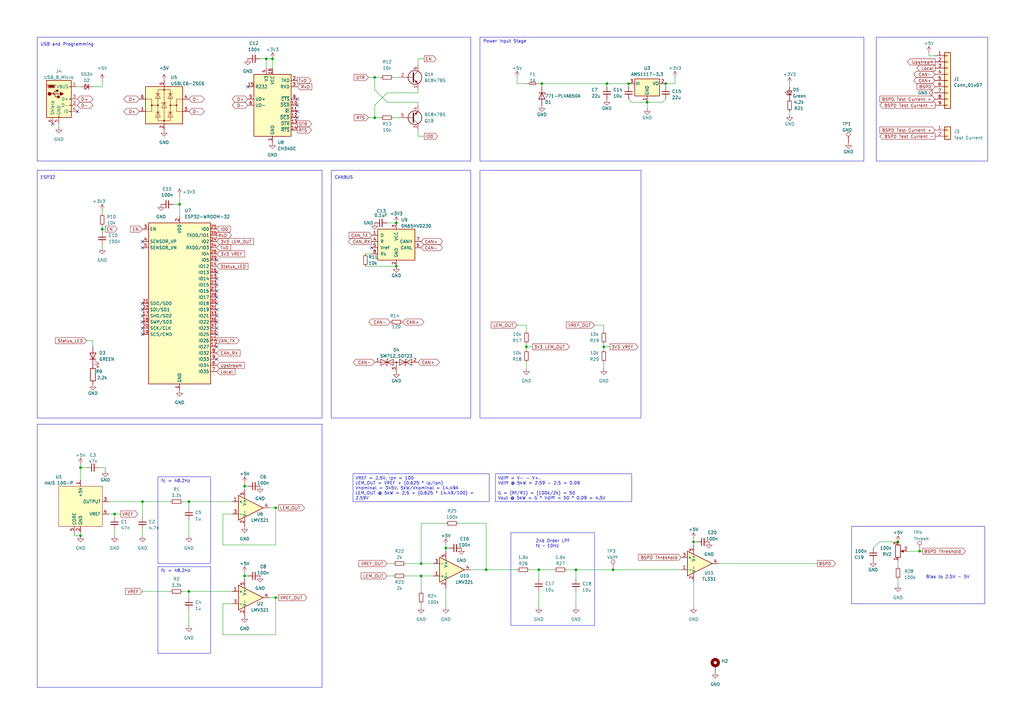
<source format=kicad_sch>
(kicad_sch (version 20230121) (generator eeschema)
  (paper "A3")
  (title_block (title "Current Sensor") (date "2023-06-26") (rev "V1.0") (company "Niko Smith"))
  (junction (at 153.67 31.75))
  (junction (at 368.3 222.25))
  (junction (at 33.02 219.71))
  (junction (at 377.19 226.06))
  (junction (at 247.65 142.24))
  (junction (at 111.76 24.13))
  (junction (at 265.43 41.91))
  (junction (at 199.39 233.68))
  (junction (at 77.47 242.57))
  (junction (at 236.22 233.68))
  (junction (at 41.91 93.98))
  (junction (at 109.22 24.13))
  (junction (at 162.56 109.22))
  (junction (at 215.9 142.24))
  (junction (at 73.66 83.82))
  (junction (at 248.92 34.29))
  (junction (at 273.05 34.29))
  (junction (at 33.02 191.77))
  (junction (at 257.81 34.29))
  (junction (at 100.33 236.22))
  (junction (at 284.48 222.25))
  (junction (at 46.99 210.82))
  (junction (at 58.42 205.74))
  (junction (at 172.72 236.22))
  (junction (at 113.03 208.28))
  (junction (at 182.88 224.79))
  (junction (at 251.46 233.68))
  (junction (at 220.98 233.68))
  (junction (at 222.25 34.29))
  (junction (at 172.72 231.14))
  (junction (at 113.03 245.11))
  (junction (at 162.56 91.44))
  (junction (at 77.47 205.74))
  (junction (at 100.33 199.39))
  (junction (at 153.67 48.26))
  (no_connect (at 121.92 45.72))
  (no_connect (at 88.9 147.32))
  (no_connect (at 121.92 40.64))
  (no_connect (at 88.9 132.08))
  (no_connect (at 152.4 101.6))
  (no_connect (at 88.9 116.84))
  (no_connect (at 88.9 124.46))
  (no_connect (at 58.42 132.08))
  (no_connect (at 88.9 137.16))
  (no_connect (at 21.59 50.8))
  (no_connect (at 88.9 119.38))
  (no_connect (at 58.42 137.16))
  (no_connect (at 121.92 48.26))
  (no_connect (at 88.9 121.92))
  (no_connect (at 58.42 129.54))
  (no_connect (at 88.9 142.24))
  (no_connect (at 121.92 43.18))
  (no_connect (at 88.9 106.68))
  (no_connect (at 101.6 35.56))
  (no_connect (at 88.9 111.76))
  (no_connect (at 88.9 114.3))
  (no_connect (at 58.42 127))
  (no_connect (at 31.75 45.72))
  (no_connect (at 88.9 134.62))
  (no_connect (at 88.9 127))
  (no_connect (at 58.42 101.6))
  (no_connect (at 88.9 129.54))
  (no_connect (at 58.42 99.06))
  (no_connect (at 58.42 124.46))
  (no_connect (at 58.42 134.62))
  (wire (pts (xy 171.45 24.13) (xy 173.99 24.13)))
  (wire (pts (xy 41.91 92.71) (xy 41.91 93.98)))
  (wire (pts (xy 265.43 41.91) (xy 259.08 41.91)))
  (wire (pts (xy 182.88 214.63) (xy 172.72 214.63)))
  (wire (pts (xy 151.13 31.75) (xy 153.67 31.75)))
  (wire (pts (xy 71.12 83.82) (xy 73.66 83.82)))
  (wire (pts (xy 31.75 35.56) (xy 33.02 35.56)))
  (wire (pts (xy 377.19 226.06) (xy 378.46 226.06)))
  (polyline (pts (xy 132.08 171.45) (xy 132.08 69.85)))
  (wire (pts (xy 33.02 191.77) (xy 33.02 190.5)))
  (wire (pts (xy 273.05 40.64) (xy 271.78 41.91)))
  (wire (pts (xy 91.44 247.65) (xy 95.25 247.65)))
  (wire (pts (xy 58.42 205.74) (xy 44.45 205.74)))
  (wire (pts (xy 220.98 237.49) (xy 220.98 233.68)))
  (polyline (pts (xy 193.04 66.04) (xy 15.24 66.04)))
  (wire (pts (xy 193.04 233.68) (xy 199.39 233.68)))
  (wire (pts (xy 113.03 260.35) (xy 91.44 260.35)))
  (wire (pts (xy 109.22 24.13) (xy 111.76 24.13)))
  (wire (pts (xy 110.49 208.28) (xy 113.03 208.28)))
  (wire (pts (xy 247.65 140.97) (xy 247.65 142.24)))
  (wire (pts (xy 182.88 241.3) (xy 182.88 248.92)))
  (wire (pts (xy 74.93 242.57) (xy 77.47 242.57)))
  (wire (pts (xy 113.03 245.11) (xy 114.3 245.11)))
  (wire (pts (xy 212.09 31.75) (xy 212.09 34.29)))
  (wire (pts (xy 220.98 34.29) (xy 222.25 34.29)))
  (wire (pts (xy 220.98 233.68) (xy 227.33 233.68)))
  (polyline (pts (xy 193.04 15.24) (xy 193.04 66.04)))
  (wire (pts (xy 41.91 86.36) (xy 41.91 87.63)))
  (wire (pts (xy 222.25 34.29) (xy 222.25 35.56)))
  (wire (pts (xy 215.9 148.59) (xy 215.9 151.13)))
  (wire (pts (xy 77.47 242.57) (xy 95.25 242.57)))
  (wire (pts (xy 251.46 233.68) (xy 279.4 233.68)))
  (wire (pts (xy 33.02 191.77) (xy 33.02 196.85)))
  (wire (pts (xy 46.99 210.82) (xy 44.45 210.82)))
  (wire (pts (xy 100.33 236.22) (xy 101.6 236.22)))
  (wire (pts (xy 158.75 41.91) (xy 153.67 36.83)))
  (wire (pts (xy 113.03 245.11) (xy 113.03 260.35)))
  (wire (pts (xy 91.44 210.82) (xy 95.25 210.82)))
  (wire (pts (xy 153.67 31.75) (xy 153.67 36.83)))
  (wire (pts (xy 172.72 231.14) (xy 177.8 231.14)))
  (wire (pts (xy 100.33 234.95) (xy 100.33 236.22)))
  (wire (pts (xy 74.93 205.74) (xy 77.47 205.74)))
  (wire (pts (xy 38.1 35.56) (xy 41.91 35.56)))
  (wire (pts (xy 158.75 38.1) (xy 171.45 38.1)))
  (wire (pts (xy 199.39 233.68) (xy 212.09 233.68)))
  (wire (pts (xy 217.17 233.68) (xy 220.98 233.68)))
  (wire (pts (xy 182.88 226.06) (xy 182.88 224.79)))
  (polyline (pts (xy 15.24 66.04) (xy 15.24 15.24)))
  (wire (pts (xy 294.64 231.14) (xy 335.28 231.14)))
  (wire (pts (xy 77.47 250.19) (xy 77.47 256.54)))
  (wire (pts (xy 182.88 223.52) (xy 182.88 224.79)))
  (wire (pts (xy 247.65 142.24) (xy 250.19 142.24)))
  (wire (pts (xy 220.98 242.57) (xy 220.98 248.92)))
  (wire (pts (xy 212.09 133.35) (xy 215.9 133.35)))
  (wire (pts (xy 166.37 236.22) (xy 172.72 236.22)))
  (wire (pts (xy 30.48 219.71) (xy 33.02 219.71)))
  (wire (pts (xy 171.45 41.91) (xy 171.45 43.18)))
  (wire (pts (xy 172.72 236.22) (xy 177.8 236.22)))
  (wire (pts (xy 113.03 223.52) (xy 91.44 223.52)))
  (wire (pts (xy 265.43 41.91) (xy 271.78 41.91)))
  (wire (pts (xy 236.22 233.68) (xy 236.22 237.49)))
  (wire (pts (xy 158.75 41.91) (xy 171.45 41.91)))
  (wire (pts (xy 43.18 191.77) (xy 40.64 191.77)))
  (wire (pts (xy 161.29 31.75) (xy 163.83 31.75)))
  (wire (pts (xy 383.54 22.86) (xy 381 22.86)))
  (wire (pts (xy 276.86 34.29) (xy 273.05 34.29)))
  (wire (pts (xy 113.03 208.28) (xy 113.03 223.52)))
  (wire (pts (xy 41.91 33.02) (xy 41.91 35.56)))
  (wire (pts (xy 77.47 213.36) (xy 77.47 219.71)))
  (wire (pts (xy 106.68 24.13) (xy 109.22 24.13)))
  (wire (pts (xy 215.9 133.35) (xy 215.9 135.89)))
  (wire (pts (xy 35.56 191.77) (xy 33.02 191.77)))
  (wire (pts (xy 259.08 41.91) (xy 257.81 40.64)))
  (wire (pts (xy 41.91 93.98) (xy 41.91 95.25)))
  (wire (pts (xy 222.25 34.29) (xy 248.92 34.29)))
  (wire (pts (xy 158.75 236.22) (xy 161.29 236.22)))
  (wire (pts (xy 199.39 233.68) (xy 199.39 214.63)))
  (wire (pts (xy 360.68 222.25) (xy 368.3 222.25)))
  (wire (pts (xy 158.75 91.44) (xy 162.56 91.44)))
  (wire (pts (xy 171.45 26.67) (xy 171.45 24.13)))
  (wire (pts (xy 91.44 260.35) (xy 91.44 247.65)))
  (wire (pts (xy 77.47 242.57) (xy 77.47 245.11)))
  (polyline (pts (xy 15.24 171.45) (xy 132.08 171.45)))
  (wire (pts (xy 111.76 24.13) (xy 111.76 27.94)))
  (wire (pts (xy 372.11 226.06) (xy 377.19 226.06)))
  (wire (pts (xy 215.9 140.97) (xy 215.9 142.24)))
  (wire (pts (xy 46.99 210.82) (xy 49.53 210.82)))
  (wire (pts (xy 236.22 242.57) (xy 236.22 248.92)))
  (wire (pts (xy 43.18 193.04) (xy 43.18 191.77)))
  (wire (pts (xy 153.67 31.75) (xy 156.21 31.75)))
  (wire (pts (xy 172.72 236.22) (xy 172.72 242.57)))
  (wire (pts (xy 182.88 224.79) (xy 184.15 224.79)))
  (wire (pts (xy 149.86 104.14) (xy 152.4 104.14)))
  (wire (pts (xy 153.67 43.18) (xy 153.67 48.26)))
  (wire (pts (xy 171.45 53.34) (xy 171.45 55.88)))
  (wire (pts (xy 58.42 242.57) (xy 69.85 242.57)))
  (wire (pts (xy 172.72 248.92) (xy 172.72 247.65)))
  (wire (pts (xy 247.65 148.59) (xy 247.65 151.13)))
  (wire (pts (xy 368.3 240.03) (xy 368.3 237.49)))
  (wire (pts (xy 212.09 34.29) (xy 215.9 34.29)))
  (wire (pts (xy 276.86 31.75) (xy 276.86 34.29)))
  (wire (pts (xy 199.39 214.63) (xy 187.96 214.63)))
  (wire (pts (xy 33.02 218.44) (xy 33.02 219.71)))
  (wire (pts (xy 113.03 208.28) (xy 114.3 208.28)))
  (wire (pts (xy 368.3 232.41) (xy 368.3 229.87)))
  (wire (pts (xy 171.45 55.88) (xy 173.99 55.88)))
  (wire (pts (xy 100.33 198.12) (xy 100.33 199.39)))
  (wire (pts (xy 100.33 200.66) (xy 100.33 199.39)))
  (wire (pts (xy 46.99 212.09) (xy 46.99 210.82)))
  (wire (pts (xy 236.22 233.68) (xy 251.46 233.68)))
  (wire (pts (xy 58.42 205.74) (xy 69.85 205.74)))
  (wire (pts (xy 284.48 223.52) (xy 284.48 222.25)))
  (polyline (pts (xy 15.24 69.85) (xy 15.24 171.45)))
  (wire (pts (xy 58.42 205.74) (xy 58.42 212.09)))
  (wire (pts (xy 100.33 237.49) (xy 100.33 236.22)))
  (wire (pts (xy 243.84 133.35) (xy 247.65 133.35)))
  (wire (pts (xy 153.67 43.18) (xy 158.75 38.1)))
  (wire (pts (xy 46.99 217.17) (xy 46.99 219.71)))
  (polyline (pts (xy 15.24 15.24) (xy 193.04 15.24)))
  (wire (pts (xy 35.56 139.7) (xy 38.1 139.7)))
  (wire (pts (xy 323.85 34.29) (xy 323.85 35.56)))
  (wire (pts (xy 58.42 217.17) (xy 58.42 219.71)))
  (wire (pts (xy 24.13 50.8) (xy 24.13 52.07)))
  (wire (pts (xy 257.81 35.56) (xy 257.81 34.29)))
  (wire (pts (xy 110.49 245.11) (xy 113.03 245.11)))
  (wire (pts (xy 73.66 83.82) (xy 73.66 88.9)))
  (wire (pts (xy 284.48 222.25) (xy 285.75 222.25)))
  (wire (pts (xy 247.65 142.24) (xy 247.65 143.51)))
  (wire (pts (xy 38.1 142.24) (xy 38.1 139.7)))
  (wire (pts (xy 215.9 142.24) (xy 218.44 142.24)))
  (wire (pts (xy 171.45 36.83) (xy 171.45 38.1)))
  (wire (pts (xy 41.91 93.98) (xy 43.18 93.98)))
  (wire (pts (xy 248.92 34.29) (xy 248.92 35.56)))
  (wire (pts (xy 284.48 248.92) (xy 284.48 238.76)))
  (wire (pts (xy 109.22 27.94) (xy 109.22 24.13)))
  (wire (pts (xy 77.47 205.74) (xy 77.47 208.28)))
  (wire (pts (xy 73.66 80.01) (xy 73.66 83.82)))
  (wire (pts (xy 232.41 233.68) (xy 236.22 233.68)))
  (wire (pts (xy 248.92 34.29) (xy 257.81 34.29)))
  (wire (pts (xy 265.43 41.91) (xy 265.43 44.45)))
  (wire (pts (xy 151.13 48.26) (xy 153.67 48.26)))
  (wire (pts (xy 153.67 48.26) (xy 156.21 48.26)))
  (wire (pts (xy 172.72 214.63) (xy 172.72 231.14)))
  (wire (pts (xy 166.37 231.14) (xy 172.72 231.14)))
  (wire (pts (xy 91.44 223.52) (xy 91.44 210.82)))
  (wire (pts (xy 215.9 142.24) (xy 215.9 143.51)))
  (wire (pts (xy 149.86 109.22) (xy 162.56 109.22)))
  (wire (pts (xy 77.47 205.74) (xy 95.25 205.74)))
  (wire (pts (xy 158.75 231.14) (xy 161.29 231.14)))
  (wire (pts (xy 284.48 220.98) (xy 284.48 222.25)))
  (wire (pts (xy 323.85 45.72) (xy 323.85 46.99)))
  (polyline (pts (xy 15.24 69.85) (xy 132.08 69.85)))
  (wire (pts (xy 381 21.59) (xy 381 22.86)))
  (wire (pts (xy 41.91 100.33) (xy 41.91 101.6)))
  (wire (pts (xy 358.14 224.79) (xy 360.68 222.25)))
  (wire (pts (xy 161.29 48.26) (xy 163.83 48.26)))
  (wire (pts (xy 30.48 219.71) (xy 30.48 218.44)))
  (wire (pts (xy 100.33 199.39) (xy 101.6 199.39)))
  (wire (pts (xy 247.65 133.35) (xy 247.65 135.89)))
  (wire (pts (xy 273.05 35.56) (xy 273.05 34.29)))
  (rectangle (start 196.85 15.24) (end 354.33 66.04))
  (rectangle (start 359.41 15.24) (end 405.13 66.04))
  (rectangle (start 209.55 218.44) (end 243.84 256.54))
  (rectangle (start 64.77 232.41) (end 86.36 267.97))
  (rectangle (start 135.89 69.85) (end 193.04 171.45))
  (rectangle (start 349.25 215.9) (end 403.86 247.65))
  (rectangle (start 64.77 195.58) (end 86.36 231.14))
  (rectangle (start 15.24 173.99) (end 132.08 281.94))
  (rectangle (start 196.85 69.85) (end 262.89 171.45))
  (text_box "Vdiff = V- - V+.\nVdiff @ 5kW = 2.59 - 2.5 = 0.09\n\nG = (Rf/R1) = (100k/2k) = 50\nVout @ 5kW = G * Vdiff = 50 * 0.09 = 4.5V" (at 203.2 194.31 0) (size 55.88 11.43) (effects (font (size 1.27 1.27)) (justify left top)))
  (text_box "VREF = 2.5V, Ipn = 100\nLEM_OUT = VREF + (0.625 * Ip/Ipn)\nVnominal = 345V. 5kW/Vnominal = 14.49A\nLEM_OUT @ 5kW = 2.5 + (0.625 * 14.49/100) = 2.59V\n\n" (at 144.78 194.31 0) (size 55.88 11.43) (effects (font (size 1.27 1.27)) (justify left top)))
  (text "CANBUS\n" (at 137.16 73.66 0) (effects (font (size 1.27 1.27)) (justify left bottom)))
  (text "ESP32\n" (at 16.51 73.66 0) (effects (font (size 1.27 1.27)) (justify left bottom)))
  (text "Bias to 2.5V - 5V" (at 379.73 237.49 0) (effects (font (size 1.27 1.27)) (justify left bottom)))
  (text "Power Input Stage" (at 198.12 17.78 0) (effects (font (size 1.27 1.27)) (justify left bottom)))
  (text "USB and Programming" (at 16.51 19.05 0) (effects (font (size 1.27 1.27)) (justify left bottom)))
  (text "fc = 48.2Hz" (at 66.04 234.95 0) (effects (font (size 1.27 1.27)) (justify left bottom)))
  (text "2nd Order LPF\nfc ~ 10Hz" (at 219.71 224.79 0) (effects (font (size 1.27 1.27)) (justify left bottom)))
  (text "fc = 48.2Hz" (at 66.04 198.12 0) (effects (font (size 1.27 1.27)) (justify left bottom)))
  (global_label "BSPD Threshold" (shape input) (at 279.4 228.6 180) (property "Intersheetrefs" "${INTERSHEET_REFS}" (effects hide)))
  (global_label "VREF_OUT" (shape output) (at 114.3 245.11 0) (property "Intersheetrefs" "${INTERSHEET_REFS}" (effects hide)))
  (global_label "CAN+" (shape bidirectional) (at 165.1 132.08 0) (property "Intersheetrefs" "${INTERSHEET_REFS}" (effects hide)))
  (global_label "BSPD Test Current -" (shape output) (at 383.54 43.18 180) (property "Intersheetrefs" "${INTERSHEET_REFS}" (effects hide)))
  (global_label "TxD" (shape output) (at 121.92 33.02 0) (property "Intersheetrefs" "${INTERSHEET_REFS}" (effects hide)))
  (global_label "VREF_OUT" (shape input) (at 158.75 231.14 180) (property "Intersheetrefs" "${INTERSHEET_REFS}" (effects hide)))
  (global_label "D-" (shape bidirectional) (at 101.6 43.18 180) (property "Intersheetrefs" "${INTERSHEET_REFS}" (effects hide)))
  (global_label "CAN_RX" (shape input) (at 88.9 144.78 0) (property "Intersheetrefs" "${INTERSHEET_REFS}" (effects hide)))
  (global_label "BSPD Test Current +" (shape input) (at 383.54 40.64 180) (property "Intersheetrefs" "${INTERSHEET_REFS}" (effects hide)))
  (global_label "BSPD Threshold" (shape output) (at 378.46 226.06 0) (property "Intersheetrefs" "${INTERSHEET_REFS}" (effects hide)))
  (global_label "RxD" (shape input) (at 121.92 35.56 0) (property "Intersheetrefs" "${INTERSHEET_REFS}" (effects hide)))
  (global_label "BSPD" (shape output) (at 335.28 231.14 0) (property "Intersheetrefs" "${INTERSHEET_REFS}" (effects hide)))
  (global_label "CAN+" (shape bidirectional) (at 383.54 33.02 180) (property "Intersheetrefs" "${INTERSHEET_REFS}" (effects hide)))
  (global_label "D-" (shape bidirectional) (at 77.47 40.64 0) (property "Intersheetrefs" "${INTERSHEET_REFS}" (effects hide)))
  (global_label "VREF_OUT" (shape input) (at 243.84 133.35 180) (property "Intersheetrefs" "${INTERSHEET_REFS}" (effects hide)))
  (global_label "VREF" (shape output) (at 49.53 210.82 0) (property "Intersheetrefs" "${INTERSHEET_REFS}" (effects hide)))
  (global_label "IO0" (shape output) (at 173.99 55.88 0) (property "Intersheetrefs" "${INTERSHEET_REFS}" (effects hide)))
  (global_label "3V3 VREF" (shape input) (at 88.9 104.14 0) (property "Intersheetrefs" "${INTERSHEET_REFS}" (effects hide)))
  (global_label "TxD" (shape input) (at 88.9 101.6 0) (property "Intersheetrefs" "${INTERSHEET_REFS}" (effects hide)))
  (global_label "BSPD Test Current +" (shape input) (at 383.54 53.34 180) (property "Intersheetrefs" "${INTERSHEET_REFS}" (effects hide)))
  (global_label "RxD" (shape output) (at 88.9 96.52 0) (property "Intersheetrefs" "${INTERSHEET_REFS}" (effects hide)))
  (global_label "CAN-" (shape bidirectional) (at 160.02 132.08 180) (property "Intersheetrefs" "${INTERSHEET_REFS}" (effects hide)))
  (global_label "D+" (shape bidirectional) (at 57.15 40.64 180) (property "Intersheetrefs" "${INTERSHEET_REFS}" (effects hide)))
  (global_label "CAN+" (shape bidirectional) (at 171.45 148.59 0) (property "Intersheetrefs" "${INTERSHEET_REFS}" (effects hide)))
  (global_label "Local" (shape input) (at 88.9 152.4 0) (property "Intersheetrefs" "${INTERSHEET_REFS}" (effects hide)))
  (global_label "D+" (shape bidirectional) (at 57.15 45.72 180) (property "Intersheetrefs" "${INTERSHEET_REFS}" (effects hide)))
  (global_label "Upstream" (shape input) (at 88.9 149.86 0) (property "Intersheetrefs" "${INTERSHEET_REFS}" (effects hide)))
  (global_label "LEM_OUT" (shape output) (at 114.3 208.28 0) (property "Intersheetrefs" "${INTERSHEET_REFS}" (effects hide)))
  (global_label "CAN+" (shape bidirectional) (at 172.72 99.06 0) (property "Intersheetrefs" "${INTERSHEET_REFS}" (effects hide)))
  (global_label "CAN-" (shape bidirectional) (at 172.72 101.6 0) (property "Intersheetrefs" "${INTERSHEET_REFS}" (effects hide)))
  (global_label "Upstream" (shape output) (at 383.54 25.4 180) (property "Intersheetrefs" "${INTERSHEET_REFS}" (effects hide)))
  (global_label "CAN_TX" (shape output) (at 88.9 139.7 0) (property "Intersheetrefs" "${INTERSHEET_REFS}" (effects hide)))
  (global_label "BSPD Test Current -" (shape output) (at 383.54 55.88 180) (property "Intersheetrefs" "${INTERSHEET_REFS}" (effects hide)))
  (global_label "LEM_OUT" (shape input) (at 212.09 133.35 180) (property "Intersheetrefs" "${INTERSHEET_REFS}" (effects hide)))
  (global_label "CAN_RX" (shape output) (at 152.4 99.06 180) (property "Intersheetrefs" "${INTERSHEET_REFS}" (effects hide)))
  (global_label "Status_LED" (shape input) (at 88.9 109.22 0) (property "Intersheetrefs" "${INTERSHEET_REFS}" (effects hide)))
  (global_label "D-" (shape bidirectional) (at 77.47 45.72 0) (property "Intersheetrefs" "${INTERSHEET_REFS}" (effects hide)))
  (global_label "CAN_TX" (shape input) (at 152.4 96.52 180) (property "Intersheetrefs" "${INTERSHEET_REFS}" (effects hide)))
  (global_label "DTR" (shape output) (at 121.92 50.8 0) (property "Intersheetrefs" "${INTERSHEET_REFS}" (effects hide)))
  (global_label "IO0" (shape input) (at 88.9 93.98 0) (property "Intersheetrefs" "${INTERSHEET_REFS}" (effects hide)))
  (global_label "3V3 VREF" (shape output) (at 250.19 142.24 0) (property "Intersheetrefs" "${INTERSHEET_REFS}" (effects hide)))
  (global_label "D+" (shape bidirectional) (at 101.6 40.64 180) (property "Intersheetrefs" "${INTERSHEET_REFS}" (effects hide)))
  (global_label "3V3 LEM_OUT" (shape output) (at 218.44 142.24 0) (property "Intersheetrefs" "${INTERSHEET_REFS}" (effects hide)))
  (global_label "D+" (shape bidirectional) (at 31.75 40.64 0) (property "Intersheetrefs" "${INTERSHEET_REFS}" (effects hide)))
  (global_label "EN" (shape output) (at 173.99 24.13 0) (property "Intersheetrefs" "${INTERSHEET_REFS}" (effects hide)))
  (global_label "CAN-" (shape bidirectional) (at 383.54 30.48 180) (property "Intersheetrefs" "${INTERSHEET_REFS}" (effects hide)))
  (global_label "DTR" (shape input) (at 151.13 31.75 180) (property "Intersheetrefs" "${INTERSHEET_REFS}" (effects hide)))
  (global_label "RTS" (shape input) (at 151.13 48.26 180) (property "Intersheetrefs" "${INTERSHEET_REFS}" (effects hide)))
  (global_label "RTS" (shape output) (at 121.92 53.34 0) (property "Intersheetrefs" "${INTERSHEET_REFS}" (effects hide)))
  (global_label "LEM_OUT" (shape input) (at 158.75 236.22 180) (property "Intersheetrefs" "${INTERSHEET_REFS}" (effects hide)))
  (global_label "Local" (shape output) (at 383.54 27.94 180) (property "Intersheetrefs" "${INTERSHEET_REFS}" (effects hide)))
  (global_label "BSPD" (shape input) (at 383.54 35.56 180) (property "Intersheetrefs" "${INTERSHEET_REFS}" (effects hide)))
  (global_label "EN" (shape output) (at 43.18 93.98 0) (property "Intersheetrefs" "${INTERSHEET_REFS}" (effects hide)))
  (global_label "Status_LED" (shape input) (at 35.56 139.7 180) (property "Intersheetrefs" "${INTERSHEET_REFS}" (effects hide)))
  (global_label "CAN-" (shape bidirectional) (at 153.67 148.59 180) (property "Intersheetrefs" "${INTERSHEET_REFS}" (effects hide)))
  (global_label "D-" (shape bidirectional) (at 31.75 43.18 0) (property "Intersheetrefs" "${INTERSHEET_REFS}" (effects hide)))
  (global_label "VREF" (shape input) (at 58.42 242.57 180) (property "Intersheetrefs" "${INTERSHEET_REFS}" (effects hide)))
  (global_label "3V3 LEM_OUT" (shape input) (at 88.9 99.06 0) (property "Intersheetrefs" "${INTERSHEET_REFS}" (effects hide)))
  (global_label "EN" (shape input) (at 58.42 93.98 180) (property "Intersheetrefs" "${INTERSHEET_REFS}" (effects hide)))
  (symbol (lib_id "power:+3V3") (at 276.86 31.75 0) (unit 1)
    (property "Reference" "#PWR049" (effects hide))
    (property "Value" "+3V3" (at 276.86 27.94 0))
  )
  (symbol (lib_id "Device:C_Small") (at 58.42 214.63 0) (unit 1)
    (property "Reference" "C2" (at 60.96 214.0013 0) (effects (justify left)))
    (property "Value" "4.7n" (at 60.96 216.5413 0) (effects (justify left)))
    (property "Footprint" "Capacitor_SMD:C_0603_1608Metric" (effects hide))
  )
  (symbol (lib_id "power:GND") (at 222.25 43.18 0) (unit 1)
    (property "Reference" "#PWR06" (effects hide))
    (property "Value" "GND" (at 222.25 46.99 0))
  )
  (symbol (lib_id "power:+5V") (at 212.09 31.75 0) (unit 1)
    (property "Reference" "#PWR052" (effects hide))
    (property "Value" "+5V" (at 212.09 27.94 0))
  )
  (symbol (lib_id "power:+3V3") (at 41.91 86.36 0) (mirror y) (unit 1)
    (property "Reference" "#PWR026" (effects hide))
    (property "Value" "+3V3" (at 40.64 82.55 0))
  )
  (symbol (lib_id "Device:R_Small") (at 163.83 236.22 270) (unit 1)
    (property "Reference" "R23" (at 163.83 238.76 90))
    (property "Value" "2k" (at 163.83 241.3 90))
    (property "Footprint" "Resistor_SMD:R_0603_1608Metric" (effects hide))
  )
  (symbol (lib_id "power:GND") (at 153.67 91.44 0) (unit 1)
    (property "Reference" "#PWR036" (effects hide))
    (property "Value" "GND" (at 151.13 91.44 0))
  )
  (symbol (lib_id "power:GND") (at 73.66 160.02 0) (unit 1)
    (property "Reference" "#PWR032" (effects hide))
    (property "Value" "GND" (at 73.66 165.1 0))
  )
  (symbol (lib_id "power:GND") (at 106.68 199.39 0) (unit 1)
    (property "Reference" "#PWR013" (effects hide))
    (property "Value" "GND" (at 106.68 204.47 0))
  )
  (symbol (lib_id "power:+5V") (at 381 21.59 0) (unit 1)
    (property "Reference" "#PWR043" (effects hide))
    (property "Value" "+5V" (at 381 17.78 0))
  )
  (symbol (lib_id "Device:LED_Small") (at 323.85 38.1 90) (unit 1)
    (property "Reference" "D5" (at 325.12 36.83 90) (effects (justify right)))
    (property "Value" "Green" (at 325.12 39.37 90) (effects (justify right)))
    (property "Footprint" "LED_SMD:LED_0603_1608Metric" (effects hide))
  )
  (symbol (lib_id "power:GND") (at 220.98 248.92 0) (unit 1)
    (property "Reference" "#PWR057" (effects hide))
    (property "Value" "GND" (at 220.98 254 0))
  )
  (symbol (lib_id "power:GND") (at 368.3 240.03 0) (unit 1)
    (property "Reference" "#PWR061" (effects hide))
    (property "Value" "GND" (at 368.3 245.11 0))
  )
  (symbol (lib_id "Device:D_Small") (at 35.56 35.56 180) (unit 1)
    (property "Reference" "D2" (at 35.56 33.02 0))
    (property "Value" "SS34" (at 35.56 30.48 0))
    (property "Footprint" "Diode_SMD:D_SMA" (effects hide))
  )
  (symbol (lib_id "Connector_Generic:Conn_01x09") (at 388.62 33.02 0) (unit 1)
    (property "Reference" "J1" (at 391.16 32.385 0) (effects (justify left)))
    (property "Value" "Conn_01x07" (at 391.16 34.925 0) (effects (justify left)))
    (property "Footprint" "Connector_PinSocket_2.54mm:PinSocket_1x09_P2.54mm_Horizontal" (effects hide))
  )
  (symbol (lib_id "power:+3.3V") (at 162.56 91.44 0) (unit 1)
    (property "Reference" "#PWR037" (effects hide))
    (property "Value" "+3.3V" (at 162.56 87.63 0))
  )
  (symbol (lib_id "power:+3V3") (at 73.66 80.01 0) (unit 1)
    (property "Reference" "#PWR031" (effects hide))
    (property "Value" "+3V3" (at 77.47 78.74 0))
  )
  (symbol (lib_id "Device:C_Small") (at 104.14 199.39 90) (unit 1)
    (property "Reference" "C6" (at 107.95 195.58 90))
    (property "Value" "100n" (at 107.95 198.12 90))
    (property "Footprint" "Capacitor_SMD:C_0603_1608Metric" (effects hide))
  )
  (symbol (lib_id "Device:R_Small") (at 158.75 31.75 270) (unit 1)
    (property "Reference" "R12" (at 158.75 25.4 90))
    (property "Value" "10k" (at 158.75 27.94 90))
    (property "Footprint" "Resistor_SMD:R_0603_1608Metric" (effects hide))
  )
  (symbol (lib_id "Device:C_Small") (at 248.92 38.1 0) (unit 1)
    (property "Reference" "C7" (at 242.57 36.83 0) (effects (justify left)))
    (property "Value" "22u" (at 242.57 39.37 0) (effects (justify left)))
    (property "Footprint" "Capacitor_SMD:C_0603_1608Metric" (effects hide))
  )
  (symbol (lib_id "power:+3V3") (at 323.85 34.29 0) (unit 1)
    (property "Reference" "#PWR050" (effects hide))
    (property "Value" "+3V3" (at 323.85 30.48 0))
  )
  (symbol (lib_id "Device:R_Small") (at 215.9 146.05 0) (unit 1)
    (property "Reference" "R18" (at 212.09 147.32 0))
    (property "Value" "10k" (at 212.09 144.78 0))
    (property "Footprint" "Resistor_SMD:R_0603_1608Metric" (effects hide))
  )
  (symbol (lib_id "Connector_Generic:Conn_01x02") (at 388.62 53.34 0) (unit 1)
    (property "Reference" "J3" (at 391.16 53.975 0) (effects (justify left)))
    (property "Value" "Test Current" (at 391.16 56.515 0) (effects (justify left)))
    (property "Footprint" "Connector_PinHeader_2.54mm:PinHeader_1x02_P2.54mm_Vertical" (effects hide))
  )
  (symbol (lib_id "Device:R_Small") (at 368.3 234.95 0) (unit 1)
    (property "Reference" "R28" (at 370.84 234.315 0) (effects (justify left)))
    (property "Value" "100k" (at 370.84 236.855 0) (effects (justify left)))
    (property "Footprint" "Resistor_SMD:R_0603_1608Metric" (effects hide))
  )
  (symbol (lib_id "Connector:TestPoint") (at 251.46 233.68 0) (unit 1)
    (property "Reference" "TP3" (at 248.92 226.06 0) (effects (justify left)))
    (property "Value" "Vdiff" (at 248.92 228.6 0) (effects (justify left)))
    (property "Footprint" "UCM_Components:1206 Testpoint" (effects hide))
  )
  (symbol (lib_id "power:GND") (at 77.47 256.54 0) (unit 1)
    (property "Reference" "#PWR07" (effects hide))
    (property "Value" "GND" (at 77.47 261.62 0))
  )
  (symbol (lib_id "power:GND") (at 323.85 46.99 0) (unit 1)
    (property "Reference" "#PWR051" (effects hide))
    (property "Value" "GND" (at 323.85 50.8 0))
  )
  (symbol (lib_id "Device:C_Small") (at 104.14 24.13 90) (unit 1)
    (property "Reference" "C12" (at 104.1463 17.78 90))
    (property "Value" "100n" (at 104.1463 20.32 90))
    (property "Footprint" "Capacitor_SMD:C_0603_1608Metric" (effects hide))
  )
  (symbol (lib_id "Device:R_Small") (at 162.56 132.08 90) (unit 1)
    (property "Reference" "R14" (at 163.83 129.54 90) (effects (justify left)))
    (property "Value" "120" (at 164.465 133.985 90) (effects (justify left)))
    (property "Footprint" "Resistor_SMD:R_0603_1608Metric" (effects hide))
  )
  (symbol (lib_id "Interface_CAN_LIN:SN65HVD230") (at 162.56 99.06 0) (unit 1)
    (property "Reference" "U9" (at 164.465 90.17 0) (effects (justify left)))
    (property "Value" "SN65HVD230" (at 164.465 92.71 0) (effects (justify left)))
    (property "Footprint" "Package_SO:SOIC-8_3.9x4.9mm_P1.27mm" (effects hide))
    (property "Datasheet" "http://www.ti.com/lit/ds/symlink/sn65hvd230.pdf" (effects hide))
  )
  (symbol (lib_id "power:GND") (at 247.65 151.13 0) (unit 1)
    (property "Reference" "#PWR042" (effects hide))
    (property "Value" "GND" (at 247.65 156.21 0))
  )
  (symbol (lib_id "power:GND") (at 106.68 236.22 0) (unit 1)
    (property "Reference" "#PWR016" (effects hide))
    (property "Value" "GND" (at 106.68 241.3 0))
  )
  (symbol (lib_id "power:GND") (at 358.14 229.87 0) (mirror y) (unit 1)
    (property "Reference" "#PWR059" (effects hide))
    (property "Value" "GND" (at 358.14 233.68 0))
  )
  (symbol (lib_id "power:GND") (at 265.43 44.45 0) (unit 1)
    (property "Reference" "#PWR048" (effects hide))
    (property "Value" "GND" (at 265.43 48.26 0))
  )
  (symbol (lib_id "power:GND") (at 24.13 52.07 0) (unit 1)
    (property "Reference" "#PWR023" (effects hide))
    (property "Value" "GND" (at 24.13 57.15 0))
  )
  (symbol (lib_id "Power_Protection:USBLC6-2SC6") (at 67.31 43.18 0) (unit 1)
    (property "Reference" "U5" (at 69.9517 31.75 0) (effects (justify left)))
    (property "Value" "USBLC6-2SC6" (at 69.9517 34.29 0) (effects (justify left)))
    (property "Footprint" "Package_TO_SOT_SMD:SOT-23-6" (effects hide))
    (property "Datasheet" "https://www.st.com/resource/en/datasheet/usblc6-2.pdf" (effects hide))
  )
  (symbol (lib_id "Device:C_Small") (at 38.1 191.77 90) (unit 1)
    (property "Reference" "C3" (at 38.1063 186.69 90))
    (property "Value" "47n" (at 38.1063 189.23 90))
    (property "Footprint" "Capacitor_SMD:C_0603_1608Metric" (effects hide))
  )
  (symbol (lib_id "Device:R_Small") (at 229.87 233.68 90) (unit 1)
    (property "Reference" "R27" (at 229.87 231.14 90))
    (property "Value" "1.6k" (at 229.87 228.6 90))
    (property "Footprint" "Resistor_SMD:R_0603_1608Metric" (effects hide))
  )
  (symbol (lib_id "UCM_LEM:HAIS_100-P") (at 33.02 208.28 0) (unit 1)
    (property "Reference" "U1" (at 24.13 195.58 0))
    (property "Value" "HAIS 100-P" (at 24.13 198.12 0))
    (property "Footprint" "UCM_Components:HAIS_P_LEM" (effects hide))
  )
  (symbol (lib_id "power:GND") (at 248.92 40.64 0) (unit 1)
    (property "Reference" "#PWR015" (effects hide))
    (property "Value" "GND" (at 248.92 44.45 0))
  )
  (symbol (lib_id "power:GND") (at 347.98 58.42 0) (unit 1)
    (property "Reference" "#PWR014" (effects hide))
    (property "Value" "GND" (at 347.98 62.23 0))
  )
  (symbol (lib_id "power:GND") (at 172.72 248.92 0) (unit 1)
    (property "Reference" "#PWR053" (effects hide))
    (property "Value" "GND" (at 172.72 254 0))
  )
  (symbol (lib_id "power:GND") (at 101.6 24.13 0) (unit 1)
    (property "Reference" "#PWR033" (effects hide))
    (property "Value" "GND" (at 101.6 29.21 0))
  )
  (symbol (lib_name "LMV321_1") (lib_id "Amplifier_Operational:LMV321") (at 102.87 245.11 0) (unit 1)
    (property "Reference" "U2" (at 106.68 247.65 0))
    (property "Value" "LMV321" (at 106.68 250.19 0))
    (property "Footprint" "Package_TO_SOT_SMD:SOT-23-5" (effects hide))
    (property "Datasheet" "http://www.ti.com/lit/ds/symlink/lmv324.pdf" (effects hide))
  )
  (symbol (lib_id "Transistor_BJT:BC847BS") (at 168.91 31.75 0) (unit 1)
    (property "Reference" "Q1" (at 173.99 30.4799 0) (effects (justify left)))
    (property "Value" "BC847BS" (at 173.99 33.0199 0) (effects (justify left)))
    (property "Footprint" "Package_TO_SOT_SMD:SOT-363_SC-70-6" (effects hide))
    (property "Datasheet" "https://assets.nexperia.com/documents/data-sheet/BC847BS.pdf" (effects hide))
  )
  (symbol (lib_id "Device:R_Small") (at 215.9 138.43 0) (unit 1)
    (property "Reference" "R17" (at 212.09 139.7 0))
    (property "Value" "10k" (at 212.09 137.16 0))
    (property "Footprint" "Resistor_SMD:R_0603_1608Metric" (effects hide))
  )
  (symbol (lib_id "Device:R_Small") (at 185.42 214.63 270) (unit 1)
    (property "Reference" "R25" (at 185.42 209.55 90))
    (property "Value" "100k" (at 185.42 212.09 90))
    (property "Footprint" "Resistor_SMD:R_0603_1608Metric" (effects hide))
  )
  (symbol (lib_id "power:+5V") (at 100.33 234.95 0) (unit 1)
    (property "Reference" "#PWR08" (effects hide))
    (property "Value" "+5V" (at 100.33 231.14 0))
  )
  (symbol (lib_id "power:GND") (at 162.56 109.22 0) (unit 1)
    (property "Reference" "#PWR038" (effects hide))
    (property "Value" "GND" (at 162.56 113.03 0))
  )
  (symbol (lib_id "Device:R_Potentiometer") (at 368.3 226.06 0) (mirror x) (unit 1)
    (property "Reference" "RV2" (at 365.76 227.3301 0) (effects (justify right)))
    (property "Value" "100k" (at 365.76 224.7901 0) (effects (justify right)))
    (property "Footprint" "Potentiometer_THT:Potentiometer_Bourns_3296W_Vertical" (effects hide))
  )
  (symbol (lib_id "power:GND") (at 290.83 222.25 0) (unit 1)
    (property "Reference" "#PWR064" (effects hide))
    (property "Value" "GND" (at 290.83 227.33 0))
  )
  (symbol (lib_id "power:GND") (at 236.22 248.92 0) (unit 1)
    (property "Reference" "#PWR058" (effects hide))
    (property "Value" "GND" (at 236.22 254 0))
  )
  (symbol (lib_id "power:+5V") (at 33.02 190.5 0) (unit 1)
    (property "Reference" "#PWR04" (effects hide))
    (property "Value" "+5V" (at 33.02 186.69 0))
  )
  (symbol (lib_id "Device:C_Small") (at 288.29 222.25 90) (unit 1)
    (property "Reference" "C20" (at 292.1 218.44 90))
    (property "Value" "100n" (at 292.1 220.98 90))
    (property "Footprint" "Capacitor_SMD:C_0603_1608Metric" (effects hide))
  )
  (symbol (lib_id "Device:R_Small") (at 247.65 138.43 0) (unit 1)
    (property "Reference" "R19" (at 243.84 139.7 0))
    (property "Value" "10k" (at 243.84 137.16 0))
    (property "Footprint" "Resistor_SMD:R_0603_1608Metric" (effects hide))
  )
  (symbol (lib_id "Device:C_Small") (at 220.98 240.03 0) (unit 1)
    (property "Reference" "C17" (at 223.52 239.4013 0) (effects (justify left)))
    (property "Value" "10u" (at 223.52 241.9413 0) (effects (justify left)))
    (property "Footprint" "Capacitor_SMD:C_0603_1608Metric" (effects hide))
  )
  (symbol (lib_id "Transistor_BJT:BC847BS") (at 168.91 48.26 0) (mirror x) (unit 2)
    (property "Reference" "Q1" (at 173.99 49.5301 0) (effects (justify left)))
    (property "Value" "BC847BS" (at 173.99 46.9901 0) (effects (justify left)))
    (property "Footprint" "Package_TO_SOT_SMD:SOT-363_SC-70-6" (effects hide))
    (property "Datasheet" "https://assets.nexperia.com/documents/data-sheet/BC847BS.pdf" (effects hide))
  )
  (symbol (lib_id "Device:C_Small") (at 257.81 38.1 0) (unit 1)
    (property "Reference" "C14" (at 251.46 36.83 0) (effects (justify left)))
    (property "Value" "10u" (at 251.46 39.37 0) (effects (justify left)))
    (property "Footprint" "Capacitor_SMD:C_0603_1608Metric" (effects hide))
  )
  (symbol (lib_id "power:+5V") (at 368.3 222.25 0) (unit 1)
    (property "Reference" "#PWR060" (effects hide))
    (property "Value" "+5V" (at 368.3 218.44 0))
  )
  (symbol (lib_id "Device:C_Small") (at 68.58 83.82 90) (unit 1)
    (property "Reference" "C11" (at 68.5863 77.47 90))
    (property "Value" "100n" (at 68.5863 80.01 90))
    (property "Footprint" "Capacitor_SMD:C_0603_1608Metric" (effects hide))
  )
  (symbol (lib_id "power:GND") (at 100.33 215.9 0) (unit 1)
    (property "Reference" "#PWR011" (effects hide))
    (property "Value" "GND" (at 100.33 220.98 0))
  )
  (symbol (lib_id "RF_Module:ESP32-WROOM-32") (at 73.66 124.46 0) (unit 1)
    (property "Reference" "U7" (at 75.6794 86.36 0) (effects (justify left)))
    (property "Value" "ESP32-WROOM-32" (at 75.6794 88.9 0) (effects (justify left)))
    (property "Footprint" "RF_Module:ESP32-WROOM-32" (effects hide))
    (property "Datasheet" "https://www.espressif.com/sites/default/files/documentation/esp32-wroom-32_datasheet_en.pdf" (effects hide))
  )
  (symbol (lib_id "Regulator_Linear:AMS1117-5.0") (at 265.43 34.29 0) (unit 1)
    (property "Reference" "U3" (at 265.43 27.94 0))
    (property "Value" "AMS1117-3.3" (at 265.43 30.48 0))
    (property "Footprint" "Package_TO_SOT_SMD:SOT-223-3_TabPin2" (effects hide))
    (property "Datasheet" "http://www.advanced-monolithic.com/pdf/ds1117.pdf" (effects hide))
  )
  (symbol (lib_id "power:GND") (at 162.56 152.4 0) (unit 1)
    (property "Reference" "#PWR039" (effects hide))
    (property "Value" "GND" (at 162.56 156.21 0))
  )
  (symbol (lib_id "Device:R_Small") (at 149.86 106.68 0) (unit 1)
    (property "Reference" "R11" (at 151.13 105.41 0) (effects (justify left)))
    (property "Value" "10k" (at 151.13 107.95 0) (effects (justify left)))
    (property "Footprint" "Resistor_SMD:R_0603_1608Metric" (effects hide))
  )
  (symbol (lib_id "Device:C_Small") (at 77.47 247.65 0) (unit 1)
    (property "Reference" "C4" (at 80.01 247.0213 0) (effects (justify left)))
    (property "Value" "1u" (at 80.01 249.5613 0) (effects (justify left)))
    (property "Footprint" "Capacitor_SMD:C_0603_1608Metric" (effects hide))
  )
  (symbol (lib_id "power:GND") (at 284.48 248.92 0) (unit 1)
    (property "Reference" "#PWR063" (effects hide))
    (property "Value" "GND" (at 284.48 254 0))
  )
  (symbol (lib_id "power:+5V") (at 284.48 220.98 0) (unit 1)
    (property "Reference" "#PWR062" (effects hide))
    (property "Value" "+5V" (at 284.48 217.17 0))
  )
  (symbol (lib_id "Device:R_Small") (at 158.75 48.26 270) (unit 1)
    (property "Reference" "R13" (at 158.75 50.8 90))
    (property "Value" "10k" (at 158.75 53.34 90))
    (property "Footprint" "Resistor_SMD:R_0603_1608Metric" (effects hide))
  )
  (symbol (lib_id "power:GND") (at 67.31 53.34 0) (unit 1)
    (property "Reference" "#PWR030" (effects hide))
    (property "Value" "GND" (at 67.31 58.42 0))
  )
  (symbol (lib_name "LMV321_1") (lib_id "Amplifier_Operational:LMV321") (at 102.87 208.28 0) (unit 1)
    (property "Reference" "U6" (at 106.68 210.82 0))
    (property "Value" "LMV321" (at 106.68 213.36 0))
    (property "Footprint" "Package_TO_SOT_SMD:SOT-23-5" (effects hide))
    (property "Datasheet" "http://www.ti.com/lit/ds/symlink/lmv324.pdf" (effects hide))
  )
  (symbol (lib_id "power:GND") (at 215.9 151.13 0) (unit 1)
    (property "Reference" "#PWR041" (effects hide))
    (property "Value" "GND" (at 215.9 156.21 0))
  )
  (symbol (lib_id "power:+5V") (at 100.33 198.12 0) (unit 1)
    (property "Reference" "#PWR012" (effects hide))
    (property "Value" "+5V" (at 100.33 194.31 0))
  )
  (symbol (lib_id "Device:C_Small") (at 104.14 236.22 90) (unit 1)
    (property "Reference" "C8" (at 107.95 232.41 90))
    (property "Value" "100n" (at 107.95 234.95 90))
    (property "Footprint" "Capacitor_SMD:C_0603_1608Metric" (effects hide))
  )
  (symbol (lib_id "Device:R_Small") (at 323.85 43.18 180) (unit 1)
    (property "Reference" "R21" (at 327.66 44.45 0))
    (property "Value" "4.2k" (at 327.66 41.91 0))
    (property "Footprint" "Resistor_SMD:R_0603_1608Metric" (effects hide))
  )
  (symbol (lib_id "Amplifier_Operational:LMV321") (at 185.42 233.68 0) (mirror x) (unit 1)
    (property "Reference" "U10" (at 190.5 236.22 0))
    (property "Value" "LMV321" (at 190.5 238.76 0))
    (property "Footprint" "Package_TO_SOT_SMD:SOT-23-5" (effects hide))
    (property "Datasheet" "http://www.ti.com/lit/ds/symlink/lmv324.pdf" (effects hide))
  )
  (symbol (lib_id "power:GND") (at 41.91 101.6 0) (unit 1)
    (property "Reference" "#PWR027" (effects hide))
    (property "Value" "GND" (at 41.91 106.68 0))
  )
  (symbol (lib_id "Device:D_Zener") (at 222.25 39.37 270) (unit 1)
    (property "Reference" "D1" (at 223.52 41.91 90) (effects (justify left)))
    (property "Value" "771-PLVA650A" (at 223.52 39.37 90) (effects (justify left)))
    (property "Footprint" "Package_TO_SOT_SMD:SOT-23" (effects hide))
  )
  (symbol (lib_id "Interface_USB:CH340C") (at 111.76 43.18 0) (unit 1)
    (property "Reference" "U8" (at 113.7794 58.42 0) (effects (justify left)))
    (property "Value" "CH340C" (at 113.7794 60.96 0) (effects (justify left)))
    (property "Footprint" "Package_SO:SOIC-16_3.9x9.9mm_P1.27mm" (effects hide))
    (property "Datasheet" "https://datasheet.lcsc.com/szlcsc/Jiangsu-Qin-Heng-CH340C_C84681.pdf" (effects hide))
  )
  (symbol (lib_id "power:GND") (at 189.23 224.79 0) (unit 1)
    (property "Reference" "#PWR056" (effects hide))
    (property "Value" "GND" (at 189.23 229.87 0))
  )
  (symbol (lib_id "power:GND") (at 38.1 157.48 0) (unit 1)
    (property "Reference" "#PWR024" (effects hide))
    (property "Value" "GND" (at 38.1 161.29 0))
  )
  (symbol (lib_id "Device:R_Small") (at 214.63 233.68 90) (unit 1)
    (property "Reference" "R26" (at 214.63 231.14 90))
    (property "Value" "1.6k" (at 214.63 228.6 90))
    (property "Footprint" "Resistor_SMD:R_0603_1608Metric" (effects hide))
  )
  (symbol (lib_id "Device:R_Small") (at 72.39 242.57 90) (unit 1)
    (property "Reference" "R2" (at 72.39 237.49 90))
    (property "Value" "3.3k" (at 72.39 240.03 90))
    (property "Footprint" "Resistor_SMD:R_0603_1608Metric" (effects hide))
  )
  (symbol (lib_id "Device:C_Small") (at 273.05 38.1 0) (unit 1)
    (property "Reference" "C15" (at 275.59 37.4713 0) (effects (justify left)))
    (property "Value" "22u" (at 275.59 40.0113 0) (effects (justify left)))
    (property "Footprint" "Capacitor_SMD:C_0603_1608Metric" (effects hide))
  )
  (symbol (lib_id "power:GND") (at 58.42 219.71 0) (unit 1)
    (property "Reference" "#PWR03" (effects hide))
    (property "Value" "GND" (at 58.42 224.79 0))
  )
  (symbol (lib_id "power:GND") (at 66.04 83.82 0) (unit 1)
    (property "Reference" "#PWR028" (effects hide))
    (property "Value" "GND" (at 66.04 88.9 0))
  )
  (symbol (lib_id "power:GND") (at 77.47 219.71 0) (unit 1)
    (property "Reference" "#PWR010" (effects hide))
    (property "Value" "GND" (at 77.47 224.79 0))
  )
  (symbol (lib_id "power:GND") (at 100.33 252.73 0) (unit 1)
    (property "Reference" "#PWR09" (effects hide))
    (property "Value" "GND" (at 100.33 257.81 0))
  )
  (symbol (lib_id "Connector:TestPoint") (at 347.98 58.42 0) (unit 1)
    (property "Reference" "TP1" (at 345.44 50.8 0) (effects (justify left)))
    (property "Value" "GND" (at 345.44 53.34 0) (effects (justify left)))
    (property "Footprint" "UCM_Components:1206 Testpoint" (effects hide))
  )
  (symbol (lib_id "Device:C_Small") (at 77.47 210.82 0) (unit 1)
    (property "Reference" "C5" (at 80.01 210.1913 0) (effects (justify left)))
    (property "Value" "1u" (at 80.01 212.7313 0) (effects (justify left)))
    (property "Footprint" "Capacitor_SMD:C_0603_1608Metric" (effects hide))
  )
  (symbol (lib_id "power:GND") (at 33.02 219.71 0) (unit 1)
    (property "Reference" "#PWR01" (effects hide))
    (property "Value" "GND" (at 33.02 224.79 0))
  )
  (symbol (lib_id "Device:C_Small") (at 41.91 97.79 0) (unit 1)
    (property "Reference" "C10" (at 44.45 96.5262 0) (effects (justify left)))
    (property "Value" "100n" (at 44.45 99.0662 0) (effects (justify left)))
    (property "Footprint" "Capacitor_SMD:C_0603_1608Metric" (effects hide))
  )
  (symbol (lib_id "Device:R_Small") (at 72.39 205.74 90) (unit 1)
    (property "Reference" "R1" (at 72.39 200.66 90))
    (property "Value" "3.3k" (at 72.39 203.2 90))
    (property "Footprint" "Resistor_SMD:R_0603_1608Metric" (effects hide))
  )
  (symbol (lib_id "power:GND") (at 111.76 58.42 0) (unit 1)
    (property "Reference" "#PWR035" (effects hide))
    (property "Value" "GND" (at 111.76 63.5 0))
  )
  (symbol (lib_id "Device:R_Small") (at 163.83 231.14 270) (unit 1)
    (property "Reference" "R22" (at 163.83 226.06 90))
    (property "Value" "2k" (at 163.83 228.6 90))
    (property "Footprint" "Resistor_SMD:R_0603_1608Metric" (effects hide))
  )
  (symbol (lib_id "power:+3V3") (at 111.76 24.13 0) (unit 1)
    (property "Reference" "#PWR034" (effects hide))
    (property "Value" "+3V3" (at 111.76 20.32 0))
  )
  (symbol (lib_id "power:GND") (at 293.37 275.59 0) (unit 1)
    (property "Reference" "#PWR046" (effects hide))
    (property "Value" "GND" (at 293.37 280.67 0))
  )
  (symbol (lib_id "power:GND") (at 46.99 219.71 0) (unit 1)
    (property "Reference" "#PWR02" (effects hide))
    (property "Value" "GND" (at 46.99 224.79 0))
  )
  (symbol (lib_id "Device:C_Small") (at 156.21 91.44 90) (unit 1)
    (property "Reference" "C13" (at 156.337 86.487 90))
    (property "Value" "0.1uF" (at 156.21 88.265 90))
    (property "Footprint" "Capacitor_SMD:C_0603_1608Metric" (effects hide))
  )
  (symbol (lib_id "Device:R_Small") (at 172.72 245.11 0) (unit 1)
    (property "Reference" "R24" (at 175.26 244.475 0) (effects (justify left)))
    (property "Value" "100k" (at 175.26 247.015 0) (effects (justify left)))
    (property "Footprint" "Resistor_SMD:R_0603_1608Metric" (effects hide))
  )
  (symbol (lib_id "Connector:USB_B_Micro") (at 24.13 40.64 0) (unit 1)
    (property "Reference" "J4" (at 24.13 29.21 0))
    (property "Value" "USB_B_Micro" (at 24.13 31.75 0))
    (property "Footprint" "Connector_USB:USB_Micro-B_Wuerth_614105150721_Vertical" (effects hide))
  )
  (symbol (lib_id "power:GND") (at 383.54 38.1 270) (unit 1)
    (property "Reference" "#PWR044" (effects hide))
    (property "Value" "GND" (at 378.46 38.1 90))
  )
  (symbol (lib_id "Device:R") (at 38.1 153.67 180) (unit 1)
    (property "Reference" "R9" (at 40.64 152.4 0))
    (property "Value" "2.2k" (at 41.91 154.94 0))
    (property "Footprint" "Resistor_SMD:R_0603_1608Metric" (effects hide))
  )
  (symbol (lib_id "Device:R_Small") (at 41.91 90.17 180) (unit 1)
    (property "Reference" "R10" (at 45.72 88.9 0))
    (property "Value" "10k" (at 45.72 91.44 0))
    (property "Footprint" "Resistor_SMD:R_0603_1608Metric" (effects hide))
  )
  (symbol (lib_id "Device:Fuse_Small") (at 218.44 34.29 0) (unit 1)
    (property "Reference" "F1" (at 218.44 30.48 0))
    (property "Value" "1A" (at 218.44 33.02 0))
    (property "Footprint" "Fuse:Fuse_1206_3216Metric" (effects hide))
  )
  (symbol (lib_id "Device:C_Small") (at 186.69 224.79 90) (unit 1)
    (property "Reference" "C16" (at 190.5 220.98 90))
    (property "Value" "100n" (at 190.5 223.52 90))
    (property "Footprint" "Capacitor_SMD:C_0603_1608Metric" (effects hide))
  )
  (symbol (lib_id "Device:C_Small") (at 46.99 214.63 0) (unit 1)
    (property "Reference" "C1" (at 49.53 214.0013 0) (effects (justify left)))
    (property "Value" "47n" (at 49.53 216.5413 0) (effects (justify left)))
    (property "Footprint" "Capacitor_SMD:C_0603_1608Metric" (effects hide))
  )
  (symbol (lib_id "Diode:SM712_SOT23") (at 162.56 148.59 0) (unit 1)
    (property "Reference" "D4" (at 162.56 143.51 0))
    (property "Value" "SM712_SOT23" (at 162.56 146.05 0))
    (property "Footprint" "Package_TO_SOT_SMD:SOT-23" (effects hide))
    (property "Datasheet" "https://www.littelfuse.com/~/media/electronics/datasheets/tvs_diode_arrays/littelfuse_tvs_diode_array_sm712_datasheet.pdf.pdf" (effects hide))
  )
  (symbol (lib_id "power:+5V") (at 67.31 33.02 0) (unit 1)
    (property "Reference" "#PWR029" (effects hide))
    (property "Value" "+5V" (at 67.31 27.94 0))
  )
  (symbol (lib_id "power:+5V") (at 41.91 33.02 0) (unit 1)
    (property "Reference" "#PWR025" (effects hide))
    (property "Value" "+5V" (at 41.91 27.94 0))
  )
  (symbol (lib_id "power:GND") (at 182.88 248.92 0) (unit 1)
    (property "Reference" "#PWR055" (effects hide))
    (property "Value" "GND" (at 182.88 254 0))
  )
  (symbol (lib_id "Device:LED") (at 38.1 146.05 90) (unit 1)
    (property "Reference" "D3" (at 40.64 144.78 90) (effects (justify right)))
    (property "Value" "GREEN" (at 40.64 147.32 90) (effects (justify right)))
    (property "Footprint" "LED_SMD:LED_0603_1608Metric" (effects hide))
    (property "LCSC" "C72043" (effects hide))
  )
  (symbol (lib_id "Device:C_Small") (at 236.22 240.03 0) (unit 1)
    (property "Reference" "C18" (at 238.76 239.4013 0) (effects (justify left)))
    (property "Value" "10u" (at 238.76 241.9413 0) (effects (justify left)))
    (property "Footprint" "Capacitor_SMD:C_0603_1608Metric" (effects hide))
  )
  (symbol (lib_id "power:GND") (at 43.18 193.04 0) (unit 1)
    (property "Reference" "#PWR05" (effects hide))
    (property "Value" "GND" (at 43.18 196.85 0))
  )
  (symbol (lib_id "Mechanical:MountingHole_Pad") (at 293.37 273.05 0) (unit 1)
    (property "Reference" "H2" (at 295.91 271.145 0) (effects (justify left)))
    (property "Value" "MountingHole_Pad" (effects hide))
    (property "Footprint" "MountingHole:MountingHole_3.2mm_M3_Pad_Via" (effects hide))
  )
  (symbol (lib_id "Connector:TestPoint") (at 377.19 226.06 0) (unit 1)
    (property "Reference" "TP4" (at 374.65 218.44 0) (effects (justify left)))
    (property "Value" "Thresh" (at 374.65 220.98 0) (effects (justify left)))
    (property "Footprint" "UCM_Components:1206 Testpoint" (effects hide))
  )
  (symbol (lib_id "Comparator:TL331") (at 287.02 231.14 0) (unit 1)
    (property "Reference" "U11" (at 290.83 234.95 0))
    (property "Value" "TL331" (at 290.83 237.49 0))
    (property "Footprint" "Package_TO_SOT_SMD:SOT-23-5" (effects hide))
    (property "Datasheet" "http://www.ti.com/lit/ds/symlink/tl331.pdf" (effects hide))
  )
  (symbol (lib_id "Device:C_Small") (at 358.14 227.33 0) (mirror y) (unit 1)
    (property "Reference" "C19" (at 354.33 228.6 0) (effects (justify left)))
    (property "Value" "100n" (at 355.6 226.06 0) (effects (justify left)))
    (property "Footprint" "Capacitor_SMD:C_0603_1608Metric" (effects hide))
  )
  (symbol (lib_id "Device:R_Small") (at 247.65 146.05 0) (unit 1)
    (property "Reference" "R20" (at 243.84 147.32 0))
    (property "Value" "10k" (at 243.84 144.78 0))
    (property "Footprint" "Resistor_SMD:R_0603_1608Metric" (effects hide))
  )
  (symbol (lib_id "power:+5V") (at 182.88 223.52 0) (unit 1)
    (property "Reference" "#PWR054" (effects hide))
    (property "Value" "+5V" (at 182.88 219.71 0))
  )
)
</source>
